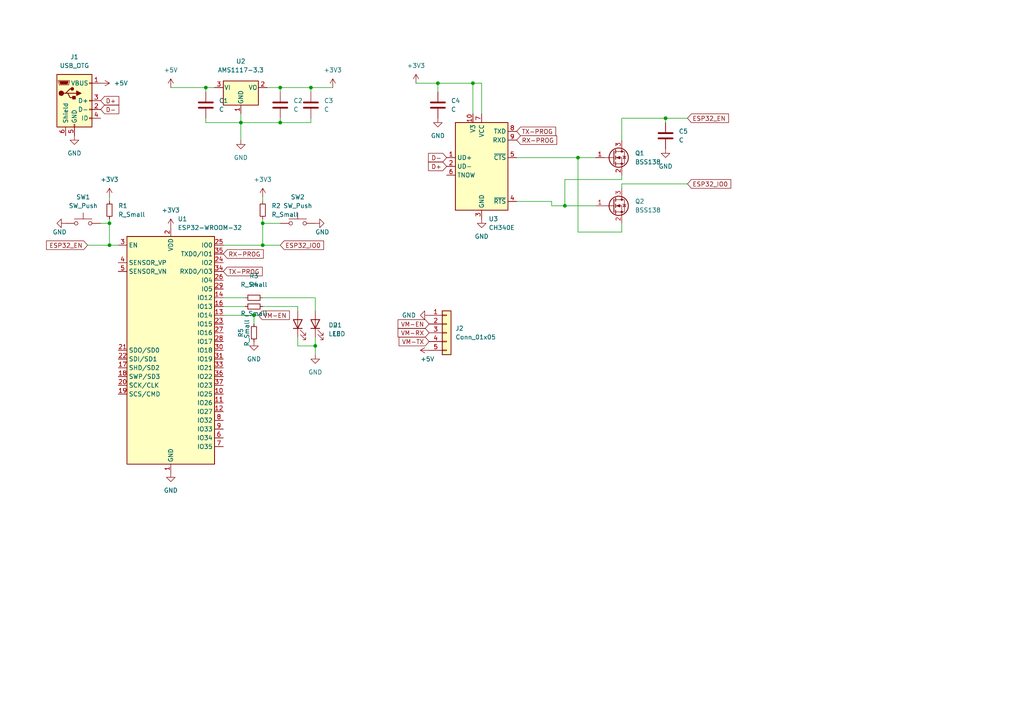
<source format=kicad_sch>
(kicad_sch (version 20211123) (generator eeschema)
  (paper "A4")
  (lib_symbols
    (symbol "Connector:USB_OTG" (pin_names (offset 1.016))
      (property "Reference" "J" (at -5.08 11.43 0))
      (property "Value" "USB_OTG" (at -5.08 8.89 0))
      (symbol "USB_OTG_0_1"
        (rectangle (start -5.08 -7.62) (end 5.08 7.62) (stroke (width 0.254)) (fill (type background)))
        (circle (center -3.81 2.159) (radius 0.635) (stroke (width 0.254)) (fill (type outline)))
        (circle (center -0.635 3.429) (radius 0.381) (stroke (width 0.254)) (fill (type outline)))
        (rectangle (start -0.127 -7.62) (end 0.127 -6.858))
        (polyline (pts (xy -1.905 2.159) (xy 0.635 2.159)) (stroke (width 0.254)))
        (polyline (pts (xy -3.175 2.159) (xy -2.54 2.159) (xy -1.27 3.429) (xy -0.635 3.429)) (stroke (width 0.254)))
        (polyline (pts (xy -2.54 2.159) (xy -1.905 2.159) (xy -1.27 0.889) (xy 0 0.889)) (stroke (width 0.254)))
        (polyline (pts (xy 0.635 2.794) (xy 0.635 1.524) (xy 1.905 2.159) (xy 0.635 2.794)) (stroke (width 0.254)) (fill (type outline)))
        (polyline (pts (xy -4.318 5.588) (xy -1.778 5.588) (xy -2.032 4.826) (xy -4.064 4.826) (xy -4.318 5.588)) (fill (type outline)))
        (polyline (pts (xy -4.699 5.842) (xy -4.699 5.588) (xy -4.445 4.826) (xy -4.445 4.572) (xy -1.651 4.572) (xy -1.651 4.826) (xy -1.397 5.588) (xy -1.397 5.842) (xy -4.699 5.842)))
        (rectangle (start 0.254 1.27) (end -0.508 0.508) (stroke (width 0.254)) (fill (type outline)))
        (rectangle (start 5.08 -5.207) (end 4.318 -4.953))
        (rectangle (start 5.08 -2.667) (end 4.318 -2.413))
        (rectangle (start 5.08 -0.127) (end 4.318 0.127))
        (rectangle (start 5.08 4.953) (end 4.318 5.207))
      )
      (symbol "USB_OTG_1_1"
        (pin passive line (at 7.62 5.08 180) (length 2.54) (name "VBUS") (number "1"))
        (pin bidirectional line (at 7.62 -2.54 180) (length 2.54) (name "D-") (number "2"))
        (pin bidirectional line (at 7.62 0 180) (length 2.54) (name "D+") (number "3"))
        (pin passive line (at 7.62 -5.08 180) (length 2.54) (name "ID") (number "4"))
        (pin passive line (at 0 -10.16 90) (length 2.54) (name "GND") (number "5"))
        (pin passive line (at -2.54 -10.16 90) (length 2.54) (name "Shield") (number "6"))
      )
    )
    (symbol "Connector_Generic:Conn_01x05" (pin_names (offset 1.016) hide)
      (property "Reference" "J" (at 0 7.62 0))
      (property "Value" "Conn_01x05" (at 0 -7.62 0))
      (symbol "Conn_01x05_1_1"
        (rectangle (start -1.27 -4.953) (end 0 -5.207) (stroke (width 0.1524)))
        (rectangle (start -1.27 -2.413) (end 0 -2.667) (stroke (width 0.1524)))
        (rectangle (start -1.27 0.127) (end 0 -0.127) (stroke (width 0.1524)))
        (rectangle (start -1.27 2.667) (end 0 2.413) (stroke (width 0.1524)))
        (rectangle (start -1.27 5.207) (end 0 4.953) (stroke (width 0.1524)))
        (rectangle (start -1.27 6.35) (end 1.27 -6.35) (stroke (width 0.254)) (fill (type background)))
        (pin passive line (at -5.08 5.08 0) (length 3.81) (name "Pin_1") (number "1"))
        (pin passive line (at -5.08 2.54 0) (length 3.81) (name "Pin_2") (number "2"))
        (pin passive line (at -5.08 0 0) (length 3.81) (name "Pin_3") (number "3"))
        (pin passive line (at -5.08 -2.54 0) (length 3.81) (name "Pin_4") (number "4"))
        (pin passive line (at -5.08 -5.08 0) (length 3.81) (name "Pin_5") (number "5"))
      )
    )
    (symbol "Device:C" (pin_numbers hide) (pin_names (offset 0.254))
      (property "Reference" "C" (at 0.635 2.54 0))
      (property "Value" "C" (at 0.635 -2.54 0))
      (symbol "C_0_1"
        (polyline (pts (xy -2.032 -0.762) (xy 2.032 -0.762)) (stroke (width 0.508)))
        (polyline (pts (xy -2.032 0.762) (xy 2.032 0.762)) (stroke (width 0.508)))
      )
      (symbol "C_1_1"
        (pin passive line (at 0 3.81 270) (length 2.794) (name "~") (number "1"))
        (pin passive line (at 0 -3.81 90) (length 2.794) (name "~") (number "2"))
      )
    )
    (symbol "Device:LED" (pin_numbers hide) (pin_names (offset 1.016) hide)
      (property "Reference" "D" (at 0 2.54 0))
      (property "Value" "LED" (at 0 -2.54 0))
      (symbol "LED_0_1"
        (polyline (pts (xy -1.27 -1.27) (xy -1.27 1.27)) (stroke (width 0.254)))
        (polyline (pts (xy -1.27 0) (xy 1.27 0)))
        (polyline (pts (xy 1.27 -1.27) (xy 1.27 1.27) (xy -1.27 0) (xy 1.27 -1.27)) (stroke (width 0.254)))
        (polyline (pts (xy -3.048 -0.762) (xy -4.572 -2.286) (xy -3.81 -2.286) (xy -4.572 -2.286) (xy -4.572 -1.524)))
        (polyline (pts (xy -1.778 -0.762) (xy -3.302 -2.286) (xy -2.54 -2.286) (xy -3.302 -2.286) (xy -3.302 -1.524)))
      )
      (symbol "LED_1_1"
        (pin passive line (at -3.81 0 0) (length 2.54) (name "K") (number "1"))
        (pin passive line (at 3.81 0 180) (length 2.54) (name "A") (number "2"))
      )
    )
    (symbol "Device:R_Small" (pin_numbers hide) (pin_names (offset 0.254) hide)
      (property "Reference" "R" (at 0.762 0.508 0))
      (property "Value" "R_Small" (at 0.762 -1.016 0))
      (symbol "R_Small_0_1"
        (rectangle (start -0.762 1.778) (end 0.762 -1.778) (stroke (width 0.2032)))
      )
      (symbol "R_Small_1_1"
        (pin passive line (at 0 2.54 270) (length 0.762) (name "~") (number "1"))
        (pin passive line (at 0 -2.54 90) (length 0.762) (name "~") (number "2"))
      )
    )
    (symbol "Interface_USB:CH340E"
      (property "Reference" "U" (at -5.08 13.97 0))
      (property "Value" "CH340E" (at 1.27 13.97 0))
      (symbol "CH340E_0_1"
        (rectangle (start -7.62 12.7) (end 7.62 -12.7) (stroke (width 0.254)) (fill (type background)))
      )
      (symbol "CH340E_1_1"
        (pin bidirectional line (at -10.16 2.54 0) (length 2.54) (name "UD+") (number "1"))
        (pin passive line (at -2.54 15.24 270) (length 2.54) (name "V3") (number "10"))
        (pin bidirectional line (at -10.16 0 0) (length 2.54) (name "UD-") (number "2"))
        (pin power_in line (at 0 -15.24 90) (length 2.54) (name "GND") (number "3"))
        (pin output line (at 10.16 -10.16 180) (length 2.54) (name "~{RTS}") (number "4"))
        (pin input line (at 10.16 2.54 180) (length 2.54) (name "~{CTS}") (number "5"))
        (pin output line (at -10.16 -2.54 0) (length 2.54) (name "TNOW") (number "6"))
        (pin power_in line (at 0 15.24 270) (length 2.54) (name "VCC") (number "7"))
        (pin output line (at 10.16 10.16 180) (length 2.54) (name "TXD") (number "8"))
        (pin input line (at 10.16 7.62 180) (length 2.54) (name "RXD") (number "9"))
      )
    )
    (symbol "RF_Module:ESP32-WROOM-32"
      (property "Reference" "U" (at -12.7 34.29 0))
      (property "Value" "ESP32-WROOM-32" (at 1.27 34.29 0))
      (symbol "ESP32-WROOM-32_0_1"
        (rectangle (start -12.7 33.02) (end 12.7 -33.02) (stroke (width 0.254)) (fill (type background)))
      )
      (symbol "ESP32-WROOM-32_1_1"
        (pin power_in line (at 0 -35.56 90) (length 2.54) (name "GND") (number "1"))
        (pin bidirectional line (at 15.24 -12.7 180) (length 2.54) (name "IO25") (number "10"))
        (pin bidirectional line (at 15.24 -15.24 180) (length 2.54) (name "IO26") (number "11"))
        (pin bidirectional line (at 15.24 -17.78 180) (length 2.54) (name "IO27") (number "12"))
        (pin bidirectional line (at 15.24 10.16 180) (length 2.54) (name "IO14") (number "13"))
        (pin bidirectional line (at 15.24 15.24 180) (length 2.54) (name "IO12") (number "14"))
        (pin passive line (at 0 -35.56 90) (length 2.54) hide (name "GND") (number "15"))
        (pin bidirectional line (at 15.24 12.7 180) (length 2.54) (name "IO13") (number "16"))
        (pin bidirectional line (at -15.24 -5.08 0) (length 2.54) (name "SHD/SD2") (number "17"))
        (pin bidirectional line (at -15.24 -7.62 0) (length 2.54) (name "SWP/SD3") (number "18"))
        (pin bidirectional line (at -15.24 -12.7 0) (length 2.54) (name "SCS/CMD") (number "19"))
        (pin power_in line (at 0 35.56 270) (length 2.54) (name "VDD") (number "2"))
        (pin bidirectional line (at -15.24 -10.16 0) (length 2.54) (name "SCK/CLK") (number "20"))
        (pin bidirectional line (at -15.24 0 0) (length 2.54) (name "SDO/SD0") (number "21"))
        (pin bidirectional line (at -15.24 -2.54 0) (length 2.54) (name "SDI/SD1") (number "22"))
        (pin bidirectional line (at 15.24 7.62 180) (length 2.54) (name "IO15") (number "23"))
        (pin bidirectional line (at 15.24 25.4 180) (length 2.54) (name "IO2") (number "24"))
        (pin bidirectional line (at 15.24 30.48 180) (length 2.54) (name "IO0") (number "25"))
        (pin bidirectional line (at 15.24 20.32 180) (length 2.54) (name "IO4") (number "26"))
        (pin bidirectional line (at 15.24 5.08 180) (length 2.54) (name "IO16") (number "27"))
        (pin bidirectional line (at 15.24 2.54 180) (length 2.54) (name "IO17") (number "28"))
        (pin bidirectional line (at 15.24 17.78 180) (length 2.54) (name "IO5") (number "29"))
        (pin input line (at -15.24 30.48 0) (length 2.54) (name "EN") (number "3"))
        (pin bidirectional line (at 15.24 0 180) (length 2.54) (name "IO18") (number "30"))
        (pin bidirectional line (at 15.24 -2.54 180) (length 2.54) (name "IO19") (number "31"))
        (pin no_connect line (at -12.7 -27.94 0) (length 2.54) hide (name "NC") (number "32"))
        (pin bidirectional line (at 15.24 -5.08 180) (length 2.54) (name "IO21") (number "33"))
        (pin bidirectional line (at 15.24 22.86 180) (length 2.54) (name "RXD0/IO3") (number "34"))
        (pin bidirectional line (at 15.24 27.94 180) (length 2.54) (name "TXD0/IO1") (number "35"))
        (pin bidirectional line (at 15.24 -7.62 180) (length 2.54) (name "IO22") (number "36"))
        (pin bidirectional line (at 15.24 -10.16 180) (length 2.54) (name "IO23") (number "37"))
        (pin passive line (at 0 -35.56 90) (length 2.54) hide (name "GND") (number "38"))
        (pin passive line (at 0 -35.56 90) (length 2.54) hide (name "GND") (number "39"))
        (pin input line (at -15.24 25.4 0) (length 2.54) (name "SENSOR_VP") (number "4"))
        (pin input line (at -15.24 22.86 0) (length 2.54) (name "SENSOR_VN") (number "5"))
        (pin input line (at 15.24 -25.4 180) (length 2.54) (name "IO34") (number "6"))
        (pin input line (at 15.24 -27.94 180) (length 2.54) (name "IO35") (number "7"))
        (pin bidirectional line (at 15.24 -20.32 180) (length 2.54) (name "IO32") (number "8"))
        (pin bidirectional line (at 15.24 -22.86 180) (length 2.54) (name "IO33") (number "9"))
      )
    )
    (symbol "Regulator_Linear:AMS1117-3.3" (pin_names (offset 0.254))
      (property "Reference" "U" (at -3.81 3.175 0))
      (property "Value" "AMS1117-3.3" (at 0 3.175 0))
      (symbol "AMS1117-3.3_0_1"
        (rectangle (start -5.08 -5.08) (end 5.08 1.905) (stroke (width 0.254)) (fill (type background)))
      )
      (symbol "AMS1117-3.3_1_1"
        (pin power_in line (at 0 -7.62 90) (length 2.54) (name "GND") (number "1"))
        (pin power_out line (at 7.62 0 180) (length 2.54) (name "VO") (number "2"))
        (pin power_in line (at -7.62 0 0) (length 2.54) (name "VI") (number "3"))
      )
    )
    (symbol "Switch:SW_Push" (pin_numbers hide) (pin_names (offset 1.016) hide)
      (property "Reference" "SW" (at 1.27 2.54 0))
      (property "Value" "SW_Push" (at 0 -1.524 0))
      (symbol "SW_Push_0_1"
        (circle (center -2.032 0) (radius 0.508))
        (polyline (pts (xy 0 1.27) (xy 0 3.048)))
        (polyline (pts (xy 2.54 1.27) (xy -2.54 1.27)))
        (circle (center 2.032 0) (radius 0.508))
        (pin passive line (at -5.08 0 0) (length 2.54) (name "1") (number "1"))
        (pin passive line (at 5.08 0 180) (length 2.54) (name "2") (number "2"))
      )
    )
    (symbol "Transistor_FET:BSS138" (pin_names hide)
      (property "Reference" "Q" (at 5.08 1.905 0))
      (property "Value" "BSS138" (at 5.08 0 0))
      (symbol "BSS138_0_1"
        (polyline (pts (xy 0.254 0) (xy -2.54 0)))
        (polyline (pts (xy 0.254 1.905) (xy 0.254 -1.905)) (stroke (width 0.254)))
        (polyline (pts (xy 0.762 -1.27) (xy 0.762 -2.286)) (stroke (width 0.254)))
        (polyline (pts (xy 0.762 0.508) (xy 0.762 -0.508)) (stroke (width 0.254)))
        (polyline (pts (xy 0.762 2.286) (xy 0.762 1.27)) (stroke (width 0.254)))
        (polyline (pts (xy 2.54 2.54) (xy 2.54 1.778)))
        (polyline (pts (xy 2.54 -2.54) (xy 2.54 0) (xy 0.762 0)))
        (polyline (pts (xy 0.762 -1.778) (xy 3.302 -1.778) (xy 3.302 1.778) (xy 0.762 1.778)))
        (polyline (pts (xy 1.016 0) (xy 2.032 0.381) (xy 2.032 -0.381) (xy 1.016 0)) (fill (type outline)))
        (polyline (pts (xy 2.794 0.508) (xy 2.921 0.381) (xy 3.683 0.381) (xy 3.81 0.254)))
        (polyline (pts (xy 3.302 0.381) (xy 2.921 -0.254) (xy 3.683 -0.254) (xy 3.302 0.381)))
        (circle (center 1.651 0) (radius 2.794) (stroke (width 0.254)))
        (circle (center 2.54 -1.778) (radius 0.254) (fill (type outline)))
        (circle (center 2.54 1.778) (radius 0.254) (fill (type outline)))
      )
      (symbol "BSS138_1_1"
        (pin input line (at -5.08 0 0) (length 2.54) (name "G") (number "1"))
        (pin passive line (at 2.54 -5.08 90) (length 2.54) (name "S") (number "2"))
        (pin passive line (at 2.54 5.08 270) (length 2.54) (name "D") (number "3"))
      )
    )
    (symbol "power:+3V3" (power) (pin_names (offset 0))
      (property "Value" "+3V3" (at 0 3.556 0))
      (symbol "+3V3_0_1"
        (polyline (pts (xy -0.762 1.27) (xy 0 2.54)))
        (polyline (pts (xy 0 0) (xy 0 2.54)))
        (polyline (pts (xy 0 2.54) (xy 0.762 1.27)))
      )
      (symbol "+3V3_1_1"
        (pin power_in line (at 0 0 90) (length 0) hide (name "+3V3") (number "1"))
      )
    )
    (symbol "power:+5V" (power) (pin_names (offset 0))
      (property "Value" "+5V" (at 0 3.556 0))
      (symbol "+5V_0_1"
        (polyline (pts (xy -0.762 1.27) (xy 0 2.54)))
        (polyline (pts (xy 0 0) (xy 0 2.54)))
        (polyline (pts (xy 0 2.54) (xy 0.762 1.27)))
      )
      (symbol "+5V_1_1"
        (pin power_in line (at 0 0 90) (length 0) hide (name "+5V") (number "1"))
      )
    )
    (symbol "power:GND" (power) (pin_names (offset 0))
      (property "Value" "GND" (at 0 -3.81 0))
      (symbol "GND_0_1"
        (polyline (pts (xy 0 0) (xy 0 -1.27) (xy 1.27 -1.27) (xy 0 -2.54) (xy -1.27 -1.27) (xy 0 -1.27)))
      )
      (symbol "GND_1_1"
        (pin power_in line (at 0 0 270) (length 0) hide (name "GND") (number "1"))
      )
    )
  )
  (junction (at 31.75 71.12))
  (junction (at 73.66 91.44))
  (junction (at 91.44 100.33))
  (junction (at 59.69 25.4))
  (junction (at 127 24.13))
  (junction (at 163.83 59.69))
  (junction (at 81.28 35.56))
  (junction (at 69.85 35.56))
  (junction (at 137.16 24.13))
  (junction (at 76.2 64.77))
  (junction (at 193.04 34.29))
  (junction (at 90.17 25.4))
  (junction (at 81.28 25.4))
  (junction (at 31.75 64.77))
  (junction (at 76.2 71.12))
  (junction (at 167.64 45.72))
  (wire (pts (xy 90.17 25.4) (xy 96.52 25.4)))
  (wire (pts (xy 91.44 100.33) (xy 91.44 102.87)))
  (wire (pts (xy 76.2 71.12) (xy 64.77 71.12)))
  (wire (pts (xy 76.2 63.5) (xy 76.2 64.77)))
  (wire (pts (xy 167.64 45.72) (xy 172.72 45.72)))
  (wire (pts (xy 81.28 26.67) (xy 81.28 25.4)))
  (wire (pts (xy 90.17 26.67) (xy 90.17 25.4)))
  (wire (pts (xy 180.34 52.07) (xy 163.83 52.07)))
  (wire (pts (xy 180.34 67.31) (xy 167.64 67.31)))
  (wire (pts (xy 31.75 63.5) (xy 31.75 64.77)))
  (wire (pts (xy 86.36 88.9) (xy 86.36 90.17)))
  (wire (pts (xy 76.2 88.9) (xy 86.36 88.9)))
  (wire (pts (xy 77.47 25.4) (xy 81.28 25.4)))
  (wire (pts (xy 49.53 25.4) (xy 59.69 25.4)))
  (wire (pts (xy 180.34 54.61) (xy 180.34 53.34)))
  (wire (pts (xy 59.69 35.56) (xy 69.85 35.56)))
  (wire (pts (xy 180.34 53.34) (xy 199.39 53.34)))
  (wire (pts (xy 86.36 97.79) (xy 86.36 100.33)))
  (wire (pts (xy 69.85 35.56) (xy 69.85 40.64)))
  (wire (pts (xy 59.69 25.4) (xy 62.23 25.4)))
  (wire (pts (xy 180.34 64.77) (xy 180.34 67.31)))
  (wire (pts (xy 59.69 34.29) (xy 59.69 35.56)))
  (wire (pts (xy 137.16 24.13) (xy 137.16 33.02)))
  (wire (pts (xy 76.2 71.12) (xy 76.2 64.77)))
  (wire (pts (xy 137.16 24.13) (xy 139.7 24.13)))
  (wire (pts (xy 31.75 71.12) (xy 31.75 64.77)))
  (wire (pts (xy 31.75 64.77) (xy 29.21 64.77)))
  (wire (pts (xy 73.66 91.44) (xy 74.93 91.44)))
  (wire (pts (xy 76.2 86.36) (xy 91.44 86.36)))
  (wire (pts (xy 163.83 59.69) (xy 160.02 59.69)))
  (wire (pts (xy 90.17 34.29) (xy 90.17 35.56)))
  (wire (pts (xy 180.34 50.8) (xy 180.34 52.07)))
  (wire (pts (xy 193.04 34.29) (xy 193.04 35.56)))
  (wire (pts (xy 167.64 67.31) (xy 167.64 45.72)))
  (wire (pts (xy 180.34 40.64) (xy 180.34 34.29)))
  (wire (pts (xy 160.02 58.42) (xy 149.86 58.42)))
  (wire (pts (xy 31.75 57.15) (xy 31.75 58.42)))
  (wire (pts (xy 86.36 100.33) (xy 91.44 100.33)))
  (wire (pts (xy 81.28 25.4) (xy 90.17 25.4)))
  (wire (pts (xy 76.2 64.77) (xy 81.28 64.77)))
  (wire (pts (xy 193.04 34.29) (xy 199.39 34.29)))
  (wire (pts (xy 64.77 91.44) (xy 73.66 91.44)))
  (wire (pts (xy 25.4 71.12) (xy 31.75 71.12)))
  (wire (pts (xy 91.44 86.36) (xy 91.44 90.17)))
  (wire (pts (xy 31.75 71.12) (xy 34.29 71.12)))
  (wire (pts (xy 120.65 24.13) (xy 127 24.13)))
  (wire (pts (xy 172.72 59.69) (xy 163.83 59.69)))
  (wire (pts (xy 139.7 33.02) (xy 139.7 24.13)))
  (wire (pts (xy 73.66 91.44) (xy 73.66 93.98)))
  (wire (pts (xy 90.17 35.56) (xy 81.28 35.56)))
  (wire (pts (xy 180.34 34.29) (xy 193.04 34.29)))
  (wire (pts (xy 64.77 86.36) (xy 71.12 86.36)))
  (wire (pts (xy 163.83 52.07) (xy 163.83 59.69)))
  (wire (pts (xy 149.86 45.72) (xy 167.64 45.72)))
  (wire (pts (xy 64.77 88.9) (xy 71.12 88.9)))
  (wire (pts (xy 69.85 33.02) (xy 69.85 35.56)))
  (wire (pts (xy 59.69 25.4) (xy 59.69 26.67)))
  (wire (pts (xy 91.44 97.79) (xy 91.44 100.33)))
  (wire (pts (xy 76.2 57.15) (xy 76.2 58.42)))
  (wire (pts (xy 81.28 35.56) (xy 69.85 35.56)))
  (wire (pts (xy 81.28 34.29) (xy 81.28 35.56)))
  (wire (pts (xy 81.28 71.12) (xy 76.2 71.12)))
  (wire (pts (xy 127 24.13) (xy 127 26.67)))
  (wire (pts (xy 160.02 59.69) (xy 160.02 58.42)))
  (wire (pts (xy 127 24.13) (xy 137.16 24.13)))
  (global_label "VM-RX" (shape input) (at 124.46 96.52 180) (property "Intersheet References" "${INTERSHEET_REFS}" (effects hide)))
  (global_label "ESP32_EN" (shape input) (at 25.4 71.12 180) (property "Intersheet References" "${INTERSHEET_REFS}" (effects hide)))
  (global_label "ESP32_EN" (shape input) (at 199.39 34.29 0) (property "Intersheet References" "${INTERSHEET_REFS}" (effects hide)))
  (global_label "TX-PROG" (shape input) (at 149.86 38.1 0) (property "Intersheet References" "${INTERSHEET_REFS}" (effects hide)))
  (global_label "VM-EN" (shape input) (at 74.93 91.44 0) (property "Intersheet References" "${INTERSHEET_REFS}" (effects hide)))
  (global_label "D+" (shape input) (at 29.21 29.21 0) (property "Intersheet References" "${INTERSHEET_REFS}" (effects hide)))
  (global_label "D-" (shape input) (at 129.54 45.72 180) (property "Intersheet References" "${INTERSHEET_REFS}" (effects hide)))
  (global_label "TX-PROG" (shape input) (at 64.77 78.74 0) (property "Intersheet References" "${INTERSHEET_REFS}" (effects hide)))
  (global_label "D+" (shape input) (at 129.54 48.26 180) (property "Intersheet References" "${INTERSHEET_REFS}" (effects hide)))
  (global_label "VM-EN" (shape input) (at 124.46 93.98 180) (property "Intersheet References" "${INTERSHEET_REFS}" (effects hide)))
  (global_label "ESP32_IO0" (shape input) (at 199.39 53.34 0) (property "Intersheet References" "${INTERSHEET_REFS}" (effects hide)))
  (global_label "VM-TX" (shape input) (at 124.46 99.06 180) (property "Intersheet References" "${INTERSHEET_REFS}" (effects hide)))
  (global_label "RX-PROG" (shape input) (at 149.86 40.64 0) (property "Intersheet References" "${INTERSHEET_REFS}" (effects hide)))
  (global_label "ESP32_IO0" (shape input) (at 81.28 71.12 0) (property "Intersheet References" "${INTERSHEET_REFS}" (effects hide)))
  (global_label "RX-PROG" (shape input) (at 64.77 73.66 0) (property "Intersheet References" "${INTERSHEET_REFS}" (effects hide)))
  (global_label "D-" (shape input) (at 29.21 31.75 0) (property "Intersheet References" "${INTERSHEET_REFS}" (effects hide)))
  (symbol (lib_id "power:GND") (at 193.04 43.18 0) (unit 1)
    (property "Reference" "#PWR0101" (effects hide))
    (property "Value" "GND" (at 193.04 48.26 0))
  )
  (symbol (lib_id "power:+3V3") (at 49.53 66.04 0) (unit 1)
    (property "Reference" "#PWR0114" (effects hide))
    (property "Value" "+3V3" (at 49.53 60.96 0))
  )
  (symbol (lib_id "Device:R_Small") (at 76.2 60.96 0) (unit 1)
    (property "Reference" "R2" (at 78.74 59.6899 0) (effects (justify left)))
    (property "Value" "R_Small" (at 78.74 62.2299 0) (effects (justify left)))
    (property "Footprint" "Resistor_SMD:R_0603_1608Metric" (effects hide))
  )
  (symbol (lib_id "power:GND") (at 69.85 40.64 0) (unit 1)
    (property "Reference" "#PWR0106" (effects hide))
    (property "Value" "GND" (at 69.85 45.72 0))
  )
  (symbol (lib_id "Switch:SW_Push") (at 24.13 64.77 0) (unit 1)
    (property "Reference" "SW1" (at 24.13 57.15 0))
    (property "Value" "SW_Push" (at 24.13 59.69 0))
    (property "Footprint" "Button_Switch_SMD:SW_SPST_FSMSM" (effects hide))
  )
  (symbol (lib_id "power:+3V3") (at 96.52 25.4 0) (unit 1)
    (property "Reference" "#PWR0105" (effects hide))
    (property "Value" "+3V3" (at 96.52 20.32 0))
  )
  (symbol (lib_id "Device:R_Small") (at 31.75 60.96 0) (unit 1)
    (property "Reference" "R1" (at 34.29 59.6899 0) (effects (justify left)))
    (property "Value" "R_Small" (at 34.29 62.2299 0) (effects (justify left)))
    (property "Footprint" "Resistor_SMD:R_0603_1608Metric" (effects hide))
  )
  (symbol (lib_id "power:+5V") (at 124.46 101.6 90) (unit 1)
    (property "Reference" "#PWR0116" (effects hide))
    (property "Value" "+5V" (at 121.92 104.14 90) (effects (justify right)))
  )
  (symbol (lib_id "power:GND") (at 124.46 91.44 270) (unit 1)
    (property "Reference" "#PWR0117" (effects hide))
    (property "Value" "GND" (at 120.65 91.4399 90) (effects (justify right)))
  )
  (symbol (lib_id "Interface_USB:CH340E") (at 139.7 48.26 0) (unit 1)
    (property "Reference" "U3" (at 141.7194 63.5 0) (effects (justify left)))
    (property "Value" "CH340E" (at 141.7194 66.04 0) (effects (justify left)))
    (property "Footprint" "Package_SO:MSOP-10_3x3mm_P0.5mm" (effects hide))
    (property "Datasheet" "https://www.mpja.com/download/35227cpdata.pdf" (effects hide))
  )
  (symbol (lib_id "Device:LED") (at 91.44 93.98 90) (unit 1)
    (property "Reference" "D2" (at 95.25 94.2974 90) (effects (justify right)))
    (property "Value" "LED" (at 95.25 96.8374 90) (effects (justify right)))
    (property "Footprint" "LED_SMD:LED_0603_1608Metric" (effects hide))
  )
  (symbol (lib_id "Device:LED") (at 86.36 93.98 90) (unit 1)
    (property "Reference" "D1" (at 96.52 94.2974 90) (effects (justify right)))
    (property "Value" "LED" (at 96.52 96.8374 90) (effects (justify right)))
    (property "Footprint" "LED_SMD:LED_0603_1608Metric" (effects hide))
  )
  (symbol (lib_id "power:GND") (at 73.66 99.06 0) (unit 1)
    (property "Reference" "#PWR0118" (effects hide))
    (property "Value" "GND" (at 73.66 104.14 0))
  )
  (symbol (lib_id "Transistor_FET:BSS138") (at 177.8 59.69 0) (unit 1)
    (property "Reference" "Q2" (at 184.15 58.4199 0) (effects (justify left)))
    (property "Value" "BSS138" (at 184.15 60.9599 0) (effects (justify left)))
    (property "Footprint" "Package_TO_SOT_SMD:SOT-23" (effects hide))
    (property "Datasheet" "https://www.onsemi.com/pub/Collateral/BSS138-D.PDF" (effects hide))
  )
  (symbol (lib_id "Connector_Generic:Conn_01x05") (at 129.54 96.52 0) (unit 1)
    (property "Reference" "J2" (at 132.08 95.2499 0) (effects (justify left)))
    (property "Value" "Conn_01x05" (at 132.08 97.7899 0) (effects (justify left)))
    (property "Footprint" "Connector_PinHeader_2.54mm:PinHeader_1x05_P2.54mm_Vertical" (effects hide))
  )
  (symbol (lib_id "Device:C") (at 59.69 30.48 0) (unit 1)
    (property "Reference" "C1" (at 63.5 29.2099 0) (effects (justify left)))
    (property "Value" "C" (at 63.5 31.7499 0) (effects (justify left)))
    (property "Footprint" "Capacitor_SMD:C_0603_1608Metric" (effects hide))
  )
  (symbol (lib_id "Device:R_Small") (at 73.66 88.9 90) (unit 1)
    (property "Reference" "R4" (at 73.66 82.55 90))
    (property "Value" "R_Small" (at 73.6907 90.9407 90))
    (property "Footprint" "Resistor_SMD:R_0603_1608Metric" (effects hide))
  )
  (symbol (lib_id "Switch:SW_Push") (at 86.36 64.77 0) (unit 1)
    (property "Reference" "SW2" (at 86.36 57.15 0))
    (property "Value" "SW_Push" (at 86.36 59.69 0))
    (property "Footprint" "Button_Switch_SMD:SW_SPST_FSMSM" (effects hide))
  )
  (symbol (lib_id "Regulator_Linear:AMS1117-3.3") (at 69.85 25.4 0) (unit 1)
    (property "Reference" "U2" (at 69.85 17.78 0))
    (property "Value" "AMS1117-3.3" (at 69.85 20.32 0))
    (property "Footprint" "Package_TO_SOT_SMD:SOT-223-3_TabPin2" (effects hide))
    (property "Datasheet" "http://www.advanced-monolithic.com/pdf/ds1117.pdf" (effects hide))
  )
  (symbol (lib_id "Device:C") (at 81.28 30.48 0) (unit 1)
    (property "Reference" "C2" (at 85.09 29.2099 0) (effects (justify left)))
    (property "Value" "C" (at 85.09 31.7499 0) (effects (justify left)))
    (property "Footprint" "Capacitor_SMD:C_0603_1608Metric" (effects hide))
  )
  (symbol (lib_id "Device:C") (at 127 30.48 0) (unit 1)
    (property "Reference" "C4" (at 130.81 29.2099 0) (effects (justify left)))
    (property "Value" "C" (at 130.81 31.7499 0) (effects (justify left)))
    (property "Footprint" "Capacitor_SMD:C_0603_1608Metric" (effects hide))
  )
  (symbol (lib_id "power:+5V") (at 49.53 25.4 0) (unit 1)
    (property "Reference" "#PWR0107" (effects hide))
    (property "Value" "+5V" (at 49.53 20.32 0))
  )
  (symbol (lib_id "power:GND") (at 139.7 63.5 0) (unit 1)
    (property "Reference" "#PWR0102" (effects hide))
    (property "Value" "GND" (at 139.7 68.58 0))
  )
  (symbol (lib_id "power:+3V3") (at 31.75 57.15 0) (unit 1)
    (property "Reference" "#PWR0110" (effects hide))
    (property "Value" "+3V3" (at 31.75 52.07 0))
  )
  (symbol (lib_id "Device:R_Small") (at 73.66 96.52 0) (unit 1)
    (property "Reference" "R5" (at 69.85 96.52 90))
    (property "Value" "R_Small" (at 71.6193 96.5507 90))
    (property "Footprint" "Resistor_SMD:R_0603_1608Metric" (effects hide))
  )
  (symbol (lib_id "Transistor_FET:BSS138") (at 177.8 45.72 0) (unit 1)
    (property "Reference" "Q1" (at 184.15 44.4499 0) (effects (justify left)))
    (property "Value" "BSS138" (at 184.15 46.9899 0) (effects (justify left)))
    (property "Footprint" "Package_TO_SOT_SMD:SOT-23" (effects hide))
    (property "Datasheet" "https://www.onsemi.com/pub/Collateral/BSS138-D.PDF" (effects hide))
  )
  (symbol (lib_id "Device:R_Small") (at 73.66 86.36 90) (unit 1)
    (property "Reference" "R3" (at 73.66 80.01 90))
    (property "Value" "R_Small" (at 73.66 82.55 90))
    (property "Footprint" "Resistor_SMD:R_0603_1608Metric" (effects hide))
  )
  (symbol (lib_id "power:GND") (at 49.53 137.16 0) (unit 1)
    (property "Reference" "#PWR0115" (effects hide))
    (property "Value" "GND" (at 49.53 142.24 0))
  )
  (symbol (lib_id "Device:C") (at 193.04 39.37 0) (unit 1)
    (property "Reference" "C5" (at 196.85 38.0999 0) (effects (justify left)))
    (property "Value" "C" (at 196.85 40.6399 0) (effects (justify left)))
    (property "Footprint" "Capacitor_SMD:C_0603_1608Metric" (effects hide))
  )
  (symbol (lib_id "power:GND") (at 91.44 64.77 90) (unit 1)
    (property "Reference" "#PWR0113" (effects hide))
    (property "Value" "GND" (at 91.44 67.31 90) (effects (justify right)))
  )
  (symbol (lib_id "power:GND") (at 127 34.29 0) (unit 1)
    (property "Reference" "#PWR0103" (effects hide))
    (property "Value" "GND" (at 127 39.37 0))
  )
  (symbol (lib_id "RF_Module:ESP32-WROOM-32") (at 49.53 101.6 0) (unit 1)
    (property "Reference" "U1" (at 51.5494 63.5 0) (effects (justify left)))
    (property "Value" "ESP32-WROOM-32" (at 51.5494 66.04 0) (effects (justify left)))
    (property "Footprint" "RF_Module:ESP32-WROOM-32" (effects hide))
    (property "Datasheet" "https://www.espressif.com/sites/default/files/documentation/esp32-wroom-32_datasheet_en.pdf" (effects hide))
  )
  (symbol (lib_id "Connector:USB_OTG") (at 21.59 29.21 0) (unit 1)
    (property "Reference" "J1" (at 21.59 16.51 0))
    (property "Value" "USB_OTG" (at 21.59 19.05 0))
    (property "Footprint" "Connector_USB:USB_Micro-B_Amphenol_10118194_Horizontal" (effects hide))
    (property "Datasheet" " ~" (effects hide))
  )
  (symbol (lib_id "power:GND") (at 91.44 102.87 0) (unit 1)
    (property "Reference" "#PWR0119" (effects hide))
    (property "Value" "GND" (at 91.44 107.95 0))
  )
  (symbol (lib_id "power:+3V3") (at 76.2 57.15 0) (unit 1)
    (property "Reference" "#PWR0112" (effects hide))
    (property "Value" "+3V3" (at 76.2 52.07 0))
  )
  (symbol (lib_id "power:+3V3") (at 120.65 24.13 0) (unit 1)
    (property "Reference" "#PWR0104" (effects hide))
    (property "Value" "+3V3" (at 120.65 19.05 0))
  )
  (symbol (lib_id "Device:C") (at 90.17 30.48 0) (unit 1)
    (property "Reference" "C3" (at 93.98 29.2099 0) (effects (justify left)))
    (property "Value" "C" (at 93.98 31.7499 0) (effects (justify left)))
    (property "Footprint" "Capacitor_SMD:C_0603_1608Metric" (effects hide))
  )
  (symbol (lib_id "power:GND") (at 21.59 39.37 0) (unit 1)
    (property "Reference" "#PWR0109" (effects hide))
    (property "Value" "GND" (at 21.59 44.45 0))
  )
  (symbol (lib_id "power:GND") (at 19.05 64.77 270) (unit 1)
    (property "Reference" "#PWR0111" (effects hide))
    (property "Value" "GND" (at 15.24 67.31 90) (effects (justify left)))
  )
  (symbol (lib_id "power:+5V") (at 29.21 24.13 270) (unit 1)
    (property "Reference" "#PWR0108" (effects hide))
    (property "Value" "+5V" (at 33.02 24.1299 90) (effects (justify left)))
  )
)
</source>
